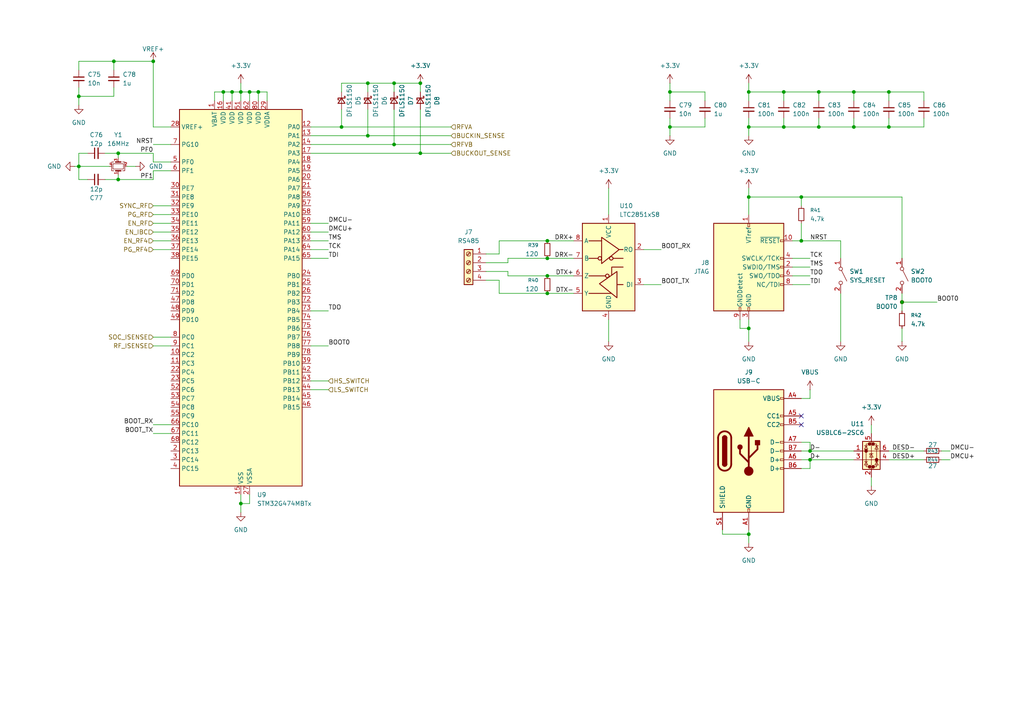
<source format=kicad_sch>
(kicad_sch (version 20250114) (generator "eeschema") (generator_version "9.0")
  (paper "A4")
  (lib_symbols
    (symbol "Connector:Conn_ARM_JTAG_SWD_10" (pin_names (offset 1.016))
      (property "Reference" "J" (at -2.54 16.51 0))
      (property "Value" "Conn_ARM_JTAG_SWD_10" (at -2.54 13.97 0))
      (symbol "Conn_ARM_JTAG_SWD_10_0_1"
        (rectangle (start -10.16 12.7) (end 10.16 -12.7) (stroke (width 0.254)) (fill (type background)))
        (rectangle (start -2.794 -12.7) (end -2.286 -11.684))
        (rectangle (start -0.254 12.7) (end 0.254 11.684))
        (rectangle (start -0.254 -12.7) (end 0.254 -11.684))
        (rectangle (start 9.144 2.286) (end 10.16 2.794))
        (rectangle (start 10.16 7.874) (end 9.144 7.366))
        (rectangle (start 10.16 -0.254) (end 9.144 0.254))
        (rectangle (start 10.16 -2.794) (end 9.144 -2.286))
      )
      (symbol "Conn_ARM_JTAG_SWD_10_1_1"
        (rectangle (start 9.144 -5.334) (end 10.16 -4.826))
        (pin no_connect line (at -10.16 0 0) (length 2.54) (hide yes) (name "KEY") (number "7"))
        (pin passive line (at -2.54 -15.24 90) (length 2.54) (name "GNDDetect") (number "9"))
        (pin power_in line (at 0 15.24 270) (length 2.54) (name "VTref") (number "1"))
        (pin power_in line (at 0 -15.24 90) (length 2.54) (name "GND") (number "3"))
        (pin passive line (at 0 -15.24 90) (length 2.54) (hide yes) (name "GND") (number "5"))
        (pin open_collector line (at 12.7 7.62 180) (length 2.54) (name "~{RESET}") (number "10"))
        (pin output line (at 12.7 2.54 180) (length 2.54) (name "SWCLK/TCK") (number "4"))
        (pin bidirectional line (at 12.7 0 180) (length 2.54) (name "SWDIO/TMS") (number "2"))
        (pin input line (at 12.7 -2.54 180) (length 2.54) (name "SWO/TDO") (number "6"))
        (pin output line (at 12.7 -5.08 180) (length 2.54) (name "NC/TDI") (number "8"))
      )
    )
    (symbol "Connector:Screw_Terminal_01x04" (pin_names (offset 1.016) (hide yes))
      (property "Reference" "J" (at 0 5.08 0))
      (property "Value" "Screw_Terminal_01x04" (at 0 -7.62 0))
      (symbol "Screw_Terminal_01x04_1_1"
        (rectangle (start -1.27 3.81) (end 1.27 -6.35) (stroke (width 0.254)) (fill (type background)))
        (polyline (pts (xy -0.5334 2.8702) (xy 0.3302 2.032)) (stroke (width 0.1524)))
        (polyline (pts (xy -0.5334 0.3302) (xy 0.3302 -0.508)) (stroke (width 0.1524)))
        (polyline (pts (xy -0.5334 -2.2098) (xy 0.3302 -3.048)) (stroke (width 0.1524)))
        (polyline (pts (xy -0.5334 -4.7498) (xy 0.3302 -5.588)) (stroke (width 0.1524)))
        (polyline (pts (xy -0.3556 3.048) (xy 0.508 2.2098)) (stroke (width 0.1524)))
        (polyline (pts (xy -0.3556 0.508) (xy 0.508 -0.3302)) (stroke (width 0.1524)))
        (polyline (pts (xy -0.3556 -2.032) (xy 0.508 -2.8702)) (stroke (width 0.1524)))
        (polyline (pts (xy -0.3556 -4.572) (xy 0.508 -5.4102)) (stroke (width 0.1524)))
        (circle (center 0 2.54) (radius 0.635) (stroke (width 0.1524)))
        (circle (center 0 0) (radius 0.635) (stroke (width 0.1524)))
        (circle (center 0 -2.54) (radius 0.635) (stroke (width 0.1524)))
        (circle (center 0 -5.08) (radius 0.635) (stroke (width 0.1524)))
        (pin passive line (at -5.08 2.54 0) (length 3.81) (name "Pin_1") (number "1"))
        (pin passive line (at -5.08 0 0) (length 3.81) (name "Pin_2") (number "2"))
        (pin passive line (at -5.08 -2.54 0) (length 3.81) (name "Pin_3") (number "3"))
        (pin passive line (at -5.08 -5.08 0) (length 3.81) (name "Pin_4") (number "4"))
      )
    )
    (symbol "Connector:TestPoint_Small" (pin_numbers (hide yes)) (pin_names (offset 0.762) (hide yes))
      (property "Reference" "TP" (at 0 3.81 0))
      (property "Value" "TestPoint_Small" (at 0 2.032 0))
      (symbol "TestPoint_Small_0_1"
        (circle (center 0 0) (radius 0.508))
      )
      (symbol "TestPoint_Small_1_1"
        (pin passive line (at 0 0 90) (length 0) (name "1") (number "1"))
      )
    )
    (symbol "Connector:USB_C_Receptacle_USB2.0_14P" (pin_names (offset 1.016))
      (property "Reference" "J" (at 0 22.225 0))
      (property "Value" "USB_C_Receptacle_USB2.0_14P" (at 0 19.685 0))
      (symbol "USB_C_Receptacle_USB2.0_14P_0_0"
        (rectangle (start -0.254 -17.78) (end 0.254 -16.764))
        (rectangle (start 10.16 15.494) (end 9.144 14.986))
        (rectangle (start 10.16 10.414) (end 9.144 9.906))
        (rectangle (start 10.16 7.874) (end 9.144 7.366))
        (rectangle (start 10.16 2.794) (end 9.144 2.286))
        (rectangle (start 10.16 0.254) (end 9.144 -0.254))
        (rectangle (start 10.16 -2.286) (end 9.144 -2.794))
        (rectangle (start 10.16 -4.826) (end 9.144 -5.334))
      )
      (symbol "USB_C_Receptacle_USB2.0_14P_0_1"
        (rectangle (start -10.16 17.78) (end 10.16 -17.78) (stroke (width 0.254)) (fill (type background)))
        (polyline (pts (xy -8.89 -3.81) (xy -8.89 3.81)) (stroke (width 0.508)))
        (rectangle (start -7.62 -3.81) (end -6.35 3.81) (stroke (width 0.254)) (fill (type outline)))
        (arc (start -7.62 3.81) (mid -6.985 4.4423) (end -6.35 3.81) (stroke (width 0.254)))
        (arc (start -7.62 3.81) (mid -6.985 4.4423) (end -6.35 3.81) (stroke (width 0.254)) (fill (type outline)))
        (arc (start -8.89 3.81) (mid -6.985 5.7067) (end -5.08 3.81) (stroke (width 0.508)))
        (arc (start -5.08 -3.81) (mid -6.985 -5.7067) (end -8.89 -3.81) (stroke (width 0.508)))
        (arc (start -6.35 -3.81) (mid -6.985 -4.4423) (end -7.62 -3.81) (stroke (width 0.254)))
        (arc (start -6.35 -3.81) (mid -6.985 -4.4423) (end -7.62 -3.81) (stroke (width 0.254)) (fill (type outline)))
        (polyline (pts (xy -5.08 3.81) (xy -5.08 -3.81)) (stroke (width 0.508)))
        (circle (center -2.54 1.143) (radius 0.635) (stroke (width 0.254)) (fill (type outline)))
        (polyline (pts (xy -1.27 4.318) (xy 0 6.858) (xy 1.27 4.318) (xy -1.27 4.318)) (stroke (width 0.254)) (fill (type outline)))
        (polyline (pts (xy 0 -2.032) (xy 2.54 0.508) (xy 2.54 1.778)) (stroke (width 0.508)))
        (polyline (pts (xy 0 -3.302) (xy -2.54 -0.762) (xy -2.54 0.508)) (stroke (width 0.508)))
        (polyline (pts (xy 0 -5.842) (xy 0 4.318)) (stroke (width 0.508)))
        (circle (center 0 -5.842) (radius 1.27) (fill (type outline)))
        (rectangle (start 1.905 1.778) (end 3.175 3.048) (stroke (width 0.254)) (fill (type outline)))
      )
      (symbol "USB_C_Receptacle_USB2.0_14P_1_1"
        (pin passive line (at -7.62 -22.86 90) (length 5.08) (name "SHIELD") (number "S1"))
        (pin passive line (at 0 -22.86 90) (length 5.08) (name "GND") (number "A1"))
        (pin passive line (at 0 -22.86 90) (length 5.08) (hide yes) (name "GND") (number "A12"))
        (pin passive line (at 0 -22.86 90) (length 5.08) (hide yes) (name "GND") (number "B1"))
        (pin passive line (at 0 -22.86 90) (length 5.08) (hide yes) (name "GND") (number "B12"))
        (pin passive line (at 15.24 15.24 180) (length 5.08) (name "VBUS") (number "A4"))
        (pin passive line (at 15.24 15.24 180) (length 5.08) (hide yes) (name "VBUS") (number "A9"))
        (pin passive line (at 15.24 15.24 180) (length 5.08) (hide yes) (name "VBUS") (number "B4"))
        (pin passive line (at 15.24 15.24 180) (length 5.08) (hide yes) (name "VBUS") (number "B9"))
        (pin bidirectional line (at 15.24 10.16 180) (length 5.08) (name "CC1") (number "A5"))
        (pin bidirectional line (at 15.24 7.62 180) (length 5.08) (name "CC2") (number "B5"))
        (pin bidirectional line (at 15.24 2.54 180) (length 5.08) (name "D-") (number "A7"))
        (pin bidirectional line (at 15.24 0 180) (length 5.08) (name "D-") (number "B7"))
        (pin bidirectional line (at 15.24 -2.54 180) (length 5.08) (name "D+") (number "A6"))
        (pin bidirectional line (at 15.24 -5.08 180) (length 5.08) (name "D+") (number "B6"))
      )
    )
    (symbol "Device:C_Small" (pin_numbers (hide yes)) (pin_names (offset 0.254) (hide yes))
      (property "Reference" "C" (at 0.254 1.778 0))
      (property "Value" "C_Small" (at 0.254 -2.032 0))
      (symbol "C_Small_0_1"
        (polyline (pts (xy -1.524 0.508) (xy 1.524 0.508)) (stroke (width 0.3048)))
        (polyline (pts (xy -1.524 -0.508) (xy 1.524 -0.508)) (stroke (width 0.3302)))
      )
      (symbol "C_Small_1_1"
        (pin passive line (at 0 2.54 270) (length 2.032) (name "~") (number "1"))
        (pin passive line (at 0 -2.54 90) (length 2.032) (name "~") (number "2"))
      )
    )
    (symbol "Device:Crystal_GND24_Small" (pin_names (offset 1.016) (hide yes))
      (property "Reference" "Y" (at 1.27 4.445 0))
      (property "Value" "Crystal_GND24_Small" (at 1.27 2.54 0))
      (symbol "Crystal_GND24_Small_0_1"
        (polyline (pts (xy -1.27 1.27) (xy -1.27 1.905) (xy 1.27 1.905) (xy 1.27 1.27)))
        (polyline (pts (xy -1.27 -0.762) (xy -1.27 0.762)) (stroke (width 0.381)))
        (polyline (pts (xy -1.27 -1.27) (xy -1.27 -1.905) (xy 1.27 -1.905) (xy 1.27 -1.27)))
        (rectangle (start -0.762 -1.524) (end 0.762 1.524))
        (polyline (pts (xy 1.27 -0.762) (xy 1.27 0.762)) (stroke (width 0.381)))
      )
      (symbol "Crystal_GND24_Small_1_1"
        (pin passive line (at -2.54 0 0) (length 1.27) (name "1") (number "1"))
        (pin passive line (at 0 2.54 270) (length 0.635) (name "4") (number "4"))
        (pin passive line (at 0 -2.54 90) (length 0.635) (name "2") (number "2"))
        (pin passive line (at 2.54 0 180) (length 1.27) (name "3") (number "3"))
      )
    )
    (symbol "Device:D_Schottky_Small" (pin_numbers (hide yes)) (pin_names (offset 0.254) (hide yes))
      (property "Reference" "D" (at -1.27 2.032 0))
      (property "Value" "D_Schottky_Small" (at -7.112 -2.032 0))
      (symbol "D_Schottky_Small_0_1"
        (polyline (pts (xy -1.27 0.762) (xy -1.27 1.016) (xy -0.762 1.016) (xy -0.762 -1.016) (xy -0.254 -1.016) (xy -0.254 -0.762)) (stroke (width 0.254)))
        (polyline (pts (xy -0.762 0) (xy 0.762 0)))
        (polyline (pts (xy 0.762 -1.016) (xy -0.762 0) (xy 0.762 1.016) (xy 0.762 -1.016)) (stroke (width 0.254)))
      )
      (symbol "D_Schottky_Small_1_1"
        (pin passive line (at -2.54 0 0) (length 1.778) (name "K") (number "1"))
        (pin passive line (at 2.54 0 180) (length 1.778) (name "A") (number "2"))
      )
    )
    (symbol "Device:R_Small" (pin_numbers (hide yes)) (pin_names (offset 0.254) (hide yes))
      (property "Reference" "R" (at 0 0 90))
      (property "Value" "R_Small" (at 1.778 0 90))
      (symbol "R_Small_0_1"
        (rectangle (start -0.762 1.778) (end 0.762 -1.778) (stroke (width 0.2032)))
      )
      (symbol "R_Small_1_1"
        (pin passive line (at 0 2.54 270) (length 0.762) (name "~") (number "1"))
        (pin passive line (at 0 -2.54 90) (length 0.762) (name "~") (number "2"))
      )
    )
    (symbol "Interface_UART:LTC2851xS8"
      (property "Reference" "U" (at -6.985 13.97 0))
      (property "Value" "LTC2851xS8" (at 6.985 13.97 0))
      (symbol "LTC2851xS8_0_1"
        (rectangle (start -7.62 12.7) (end 7.62 -12.7) (stroke (width 0.254)) (fill (type background)))
      )
      (symbol "LTC2851xS8_1_1"
        (polyline (pts (xy -4.191 2.54) (xy -1.27 2.54)) (stroke (width 0.254)))
        (polyline (pts (xy -4.191 0) (xy -0.889 0) (xy -0.889 -2.286)) (stroke (width 0.254)))
        (polyline (pts (xy -3.175 5.08) (xy -4.191 5.08) (xy -4.064 5.08)) (stroke (width 0.254)))
        (polyline (pts (xy -2.54 -5.08) (xy -4.191 -5.08)) (stroke (width 0.254)))
        (polyline (pts (xy -2.413 -5.08) (xy -2.413 -1.27) (xy 2.667 -4.826) (xy -2.413 -8.89) (xy -2.413 -5.08)) (stroke (width 0.254)))
        (circle (center -0.762 2.54) (radius 0.508) (stroke (width 0.254)))
        (polyline (pts (xy -0.635 -7.62) (xy 5.715 -7.62)) (stroke (width 0.254)))
        (circle (center 0.381 -2.54) (radius 0.508) (stroke (width 0.254)))
        (polyline (pts (xy 0.889 -2.54) (xy 5.715 -2.54)) (stroke (width 0.254)))
        (polyline (pts (xy 2.032 7.62) (xy 5.715 7.62)) (stroke (width 0.254)))
        (polyline (pts (xy 2.032 4.826) (xy 2.032 8.636) (xy -3.048 5.08) (xy 2.032 1.016) (xy 2.032 4.826)) (stroke (width 0.254)))
        (circle (center 2.54 2.54) (radius 0.508) (stroke (width 0.254)))
        (polyline (pts (xy 3.048 2.54) (xy 5.715 2.54)) (stroke (width 0.254)))
        (pin output line (at -10.16 5.08 0) (length 2.54) (name "RO") (number "2"))
        (pin input line (at -10.16 -5.08 0) (length 2.54) (name "DI") (number "3"))
        (pin power_in line (at 0 15.24 270) (length 2.54) (name "VCC") (number "1"))
        (pin power_in line (at 0 -15.24 90) (length 2.54) (name "GND") (number "4"))
        (pin input line (at 10.16 7.62 180) (length 2.54) (name "A") (number "8"))
        (pin input line (at 10.16 2.54 180) (length 2.54) (name "B") (number "7"))
        (pin output line (at 10.16 -2.54 180) (length 2.54) (name "Z") (number "6"))
        (pin output line (at 10.16 -7.62 180) (length 2.54) (name "Y") (number "5"))
      )
    )
    (symbol "MCU_ST_STM32G4:STM32G474MBTx"
      (property "Reference" "U" (at -17.78 57.15 0))
      (property "Value" "STM32G474MBTx" (at 10.16 57.15 0))
      (symbol "STM32G474MBTx_0_1"
        (rectangle (start -17.78 -53.34) (end 17.78 55.88) (stroke (width 0.254)) (fill (type background)))
      )
      (symbol "STM32G474MBTx_1_1"
        (pin input line (at -20.32 50.8 0) (length 2.54) (name "VREF+") (number "28"))
        (pin bidirectional line (at -20.32 45.72 0) (length 2.54) (name "PG10") (number "7"))
        (pin bidirectional line (at -20.32 40.64 0) (length 2.54) (name "PF0") (number "5"))
        (pin bidirectional line (at -20.32 38.1 0) (length 2.54) (name "PF1") (number "6"))
        (pin bidirectional line (at -20.32 33.02 0) (length 2.54) (name "PE7") (number "30"))
        (pin bidirectional line (at -20.32 30.48 0) (length 2.54) (name "PE8") (number "31"))
        (pin bidirectional line (at -20.32 27.94 0) (length 2.54) (name "PE9") (number "32"))
        (pin bidirectional line (at -20.32 25.4 0) (length 2.54) (name "PE10") (number "33"))
        (pin bidirectional line (at -20.32 22.86 0) (length 2.54) (name "PE11") (number "34"))
        (pin bidirectional line (at -20.32 20.32 0) (length 2.54) (name "PE12") (number "35"))
        (pin bidirectional line (at -20.32 17.78 0) (length 2.54) (name "PE13") (number "36"))
        (pin bidirectional line (at -20.32 15.24 0) (length 2.54) (name "PE14") (number "37"))
        (pin bidirectional line (at -20.32 12.7 0) (length 2.54) (name "PE15") (number "38"))
        (pin bidirectional line (at -20.32 7.62 0) (length 2.54) (name "PD0") (number "69"))
        (pin bidirectional line (at -20.32 5.08 0) (length 2.54) (name "PD1") (number "70"))
        (pin bidirectional line (at -20.32 2.54 0) (length 2.54) (name "PD2") (number "71"))
        (pin bidirectional line (at -20.32 0 0) (length 2.54) (name "PD8") (number "47"))
        (pin bidirectional line (at -20.32 -2.54 0) (length 2.54) (name "PD9") (number "48"))
        (pin bidirectional line (at -20.32 -5.08 0) (length 2.54) (name "PD10") (number "49"))
        (pin bidirectional line (at -20.32 -10.16 0) (length 2.54) (name "PC0") (number "8"))
        (pin bidirectional line (at -20.32 -12.7 0) (length 2.54) (name "PC1") (number "9"))
        (pin bidirectional line (at -20.32 -15.24 0) (length 2.54) (name "PC2") (number "10"))
        (pin bidirectional line (at -20.32 -17.78 0) (length 2.54) (name "PC3") (number "11"))
        (pin bidirectional line (at -20.32 -20.32 0) (length 2.54) (name "PC4") (number "22"))
        (pin bidirectional line (at -20.32 -22.86 0) (length 2.54) (name "PC5") (number "23"))
        (pin bidirectional line (at -20.32 -25.4 0) (length 2.54) (name "PC6") (number "52"))
        (pin bidirectional line (at -20.32 -27.94 0) (length 2.54) (name "PC7") (number "53"))
        (pin bidirectional line (at -20.32 -30.48 0) (length 2.54) (name "PC8") (number "54"))
        (pin bidirectional line (at -20.32 -33.02 0) (length 2.54) (name "PC9") (number "55"))
        (pin bidirectional line (at -20.32 -35.56 0) (length 2.54) (name "PC10") (number "66"))
        (pin bidirectional line (at -20.32 -38.1 0) (length 2.54) (name "PC11") (number "67"))
        (pin bidirectional line (at -20.32 -40.64 0) (length 2.54) (name "PC12") (number "68"))
        (pin bidirectional line (at -20.32 -43.18 0) (length 2.54) (name "PC13") (number "2"))
        (pin bidirectional line (at -20.32 -45.72 0) (length 2.54) (name "PC14") (number "3"))
        (pin bidirectional line (at -20.32 -48.26 0) (length 2.54) (name "PC15") (number "4"))
        (pin power_in line (at -7.62 58.42 270) (length 2.54) (name "VBAT") (number "1"))
        (pin power_in line (at -5.08 58.42 270) (length 2.54) (name "VDD") (number "16"))
        (pin power_in line (at -2.54 58.42 270) (length 2.54) (name "VDD") (number "41"))
        (pin power_in line (at 0 58.42 270) (length 2.54) (name "VDD") (number "51"))
        (pin power_in line (at 0 -55.88 90) (length 2.54) (name "VSS") (number "15"))
        (pin passive line (at 0 -55.88 90) (length 2.54) (hide yes) (name "VSS") (number "40"))
        (pin passive line (at 0 -55.88 90) (length 2.54) (hide yes) (name "VSS") (number "50"))
        (pin passive line (at 0 -55.88 90) (length 2.54) (hide yes) (name "VSS") (number "61"))
        (pin passive line (at 0 -55.88 90) (length 2.54) (hide yes) (name "VSS") (number "79"))
        (pin power_in line (at 2.54 58.42 270) (length 2.54) (name "VDD") (number "62"))
        (pin power_in line (at 2.54 -55.88 90) (length 2.54) (name "VSSA") (number "27"))
        (pin power_in line (at 5.08 58.42 270) (length 2.54) (name "VDD") (number "80"))
        (pin power_in line (at 7.62 58.42 270) (length 2.54) (name "VDDA") (number "29"))
        (pin bidirectional line (at 20.32 50.8 180) (length 2.54) (name "PA0") (number "12"))
        (pin bidirectional line (at 20.32 48.26 180) (length 2.54) (name "PA1") (number "13"))
        (pin bidirectional line (at 20.32 45.72 180) (length 2.54) (name "PA2") (number "14"))
        (pin bidirectional line (at 20.32 43.18 180) (length 2.54) (name "PA3") (number "17"))
        (pin bidirectional line (at 20.32 40.64 180) (length 2.54) (name "PA4") (number "18"))
        (pin bidirectional line (at 20.32 38.1 180) (length 2.54) (name "PA5") (number "19"))
        (pin bidirectional line (at 20.32 35.56 180) (length 2.54) (name "PA6") (number "20"))
        (pin bidirectional line (at 20.32 33.02 180) (length 2.54) (name "PA7") (number "21"))
        (pin bidirectional line (at 20.32 30.48 180) (length 2.54) (name "PA8") (number "56"))
        (pin bidirectional line (at 20.32 27.94 180) (length 2.54) (name "PA9") (number "57"))
        (pin bidirectional line (at 20.32 25.4 180) (length 2.54) (name "PA10") (number "58"))
        (pin bidirectional line (at 20.32 22.86 180) (length 2.54) (name "PA11") (number "59"))
        (pin bidirectional line (at 20.32 20.32 180) (length 2.54) (name "PA12") (number "60"))
        (pin bidirectional line (at 20.32 17.78 180) (length 2.54) (name "PA13") (number "63"))
        (pin bidirectional line (at 20.32 15.24 180) (length 2.54) (name "PA14") (number "64"))
        (pin bidirectional line (at 20.32 12.7 180) (length 2.54) (name "PA15") (number "65"))
        (pin bidirectional line (at 20.32 7.62 180) (length 2.54) (name "PB0") (number "24"))
        (pin bidirectional line (at 20.32 5.08 180) (length 2.54) (name "PB1") (number "25"))
        (pin bidirectional line (at 20.32 2.54 180) (length 2.54) (name "PB2") (number "26"))
        (pin bidirectional line (at 20.32 0 180) (length 2.54) (name "PB3") (number "72"))
        (pin bidirectional line (at 20.32 -2.54 180) (length 2.54) (name "PB4") (number "73"))
        (pin bidirectional line (at 20.32 -5.08 180) (length 2.54) (name "PB5") (number "74"))
        (pin bidirectional line (at 20.32 -7.62 180) (length 2.54) (name "PB6") (number "75"))
        (pin bidirectional line (at 20.32 -10.16 180) (length 2.54) (name "PB7") (number "76"))
        (pin bidirectional line (at 20.32 -12.7 180) (length 2.54) (name "PB8") (number "77"))
        (pin bidirectional line (at 20.32 -15.24 180) (length 2.54) (name "PB9") (number "78"))
        (pin bidirectional line (at 20.32 -17.78 180) (length 2.54) (name "PB10") (number "39"))
        (pin bidirectional line (at 20.32 -20.32 180) (length 2.54) (name "PB11") (number "42"))
        (pin bidirectional line (at 20.32 -22.86 180) (length 2.54) (name "PB12") (number "43"))
        (pin bidirectional line (at 20.32 -25.4 180) (length 2.54) (name "PB13") (number "44"))
        (pin bidirectional line (at 20.32 -27.94 180) (length 2.54) (name "PB14") (number "45"))
        (pin bidirectional line (at 20.32 -30.48 180) (length 2.54) (name "PB15") (number "46"))
      )
    )
    (symbol "Power_Protection:USBLC6-2SC6" (pin_names (hide yes))
      (property "Reference" "U" (at 0.635 5.715 0))
      (property "Value" "USBLC6-2SC6" (at 0.635 3.81 0))
      (symbol "USBLC6-2SC6_0_0"
        (circle (center -1.524 0) (radius 0.0001) (stroke (width 0.508)))
        (circle (center -0.508 2.032) (radius 0.0001) (stroke (width 0.508)))
        (circle (center -0.508 -4.572) (radius 0.0001) (stroke (width 0.508)))
        (circle (center 0.508 2.032) (radius 0.0001) (stroke (width 0.508)))
        (circle (center 0.508 -4.572) (radius 0.0001) (stroke (width 0.508)))
        (circle (center 1.524 -2.54) (radius 0.0001) (stroke (width 0.508)))
      )
      (symbol "USBLC6-2SC6_0_1"
        (polyline (pts (xy -2.54 0) (xy 2.54 0)))
        (polyline (pts (xy -2.54 -2.54) (xy 2.54 -2.54)))
        (polyline (pts (xy -2.032 0.508) (xy -1.016 0.508) (xy -1.524 1.524) (xy -2.032 0.508)))
        (polyline (pts (xy -2.032 -3.048) (xy -1.016 -3.048)))
        (polyline (pts (xy -1.016 1.524) (xy -2.032 1.524)))
        (polyline (pts (xy -1.016 -4.064) (xy -2.032 -4.064) (xy -1.524 -3.048) (xy -1.016 -4.064)))
        (polyline (pts (xy -0.508 -1.143) (xy -0.508 -0.762) (xy 0.508 -0.762)))
        (polyline (pts (xy 0 2.54) (xy -0.508 2.032) (xy 0.508 2.032) (xy 0 1.524) (xy 0 -4.064) (xy -0.508 -4.572) (xy 0.508 -4.572) (xy 0 -5.08)))
        (polyline (pts (xy 0.508 -1.778) (xy -0.508 -1.778) (xy 0 -0.762) (xy 0.508 -1.778)))
        (polyline (pts (xy 1.016 1.524) (xy 2.032 1.524)))
        (polyline (pts (xy 1.016 -3.048) (xy 2.032 -3.048)))
        (polyline (pts (xy 2.032 0.508) (xy 1.016 0.508) (xy 1.524 1.524) (xy 2.032 0.508)))
        (polyline (pts (xy 2.032 -4.064) (xy 1.016 -4.064) (xy 1.524 -3.048) (xy 2.032 -4.064)))
      )
      (symbol "USBLC6-2SC6_1_1"
        (rectangle (start -2.54 2.794) (end 2.54 -5.334) (stroke (width 0.254)) (fill (type background)))
        (polyline (pts (xy -0.508 2.032) (xy -1.524 2.032) (xy -1.524 -4.572) (xy -0.508 -4.572)))
        (polyline (pts (xy 0.508 -4.572) (xy 1.524 -4.572) (xy 1.524 2.032) (xy 0.508 2.032)))
        (pin passive line (at -5.08 0 0) (length 2.54) (name "I/O1") (number "1"))
        (pin passive line (at -5.08 -2.54 0) (length 2.54) (name "I/O2") (number "3"))
        (pin passive line (at 0 5.08 270) (length 2.54) (name "VBUS") (number "5"))
        (pin passive line (at 0 -7.62 90) (length 2.54) (name "GND") (number "2"))
        (pin passive line (at 5.08 0 180) (length 2.54) (name "I/O1") (number "6"))
        (pin passive line (at 5.08 -2.54 180) (length 2.54) (name "I/O2") (number "4"))
      )
    )
    (symbol "Switch:SW_SPST" (pin_names (offset 0) (hide yes))
      (property "Reference" "SW" (at 0 3.175 0))
      (property "Value" "SW_SPST" (at 0 -2.54 0))
      (symbol "SW_SPST_0_0"
        (circle (center -2.032 0) (radius 0.508))
        (polyline (pts (xy -1.524 0.254) (xy 1.524 1.778)))
        (circle (center 2.032 0) (radius 0.508))
      )
      (symbol "SW_SPST_1_1"
        (pin passive line (at -5.08 0 0) (length 2.54) (name "A") (number "1"))
        (pin passive line (at 5.08 0 180) (length 2.54) (name "B") (number "2"))
      )
    )
    (symbol "power:+3.3V" (power) (pin_numbers (hide yes)) (pin_names (offset 0) (hide yes))
      (property "Value" "+3.3V" (at 0 3.556 0))
      (symbol "+3.3V_0_1"
        (polyline (pts (xy -0.762 1.27) (xy 0 2.54)))
        (polyline (pts (xy 0 2.54) (xy 0.762 1.27)))
        (polyline (pts (xy 0 0) (xy 0 2.54)))
      )
      (symbol "+3.3V_1_1"
        (pin power_in line (at 0 0 90) (length 0) (name "~") (number "1"))
      )
    )
    (symbol "power:GND" (power) (pin_numbers (hide yes)) (pin_names (offset 0) (hide yes))
      (property "Value" "GND" (at 0 -3.81 0))
      (symbol "GND_0_1"
        (polyline (pts (xy 0 0) (xy 0 -1.27) (xy 1.27 -1.27) (xy 0 -2.54) (xy -1.27 -1.27) (xy 0 -1.27)))
      )
      (symbol "GND_1_1"
        (pin power_in line (at 0 0 270) (length 0) (name "~") (number "1"))
      )
    )
    (symbol "power:VBUS" (power) (pin_numbers (hide yes)) (pin_names (offset 0) (hide yes))
      (property "Value" "VBUS" (at 0 3.556 0))
      (symbol "VBUS_0_1"
        (polyline (pts (xy -0.762 1.27) (xy 0 2.54)))
        (polyline (pts (xy 0 2.54) (xy 0.762 1.27)))
        (polyline (pts (xy 0 0) (xy 0 2.54)))
      )
      (symbol "VBUS_1_1"
        (pin power_in line (at 0 0 90) (length 0) (name "~") (number "1"))
      )
    )
  )
  (junction (at 237.49 36.83))
  (junction (at 234.95 133.35))
  (junction (at 232.41 69.85))
  (junction (at 158.75 85.09))
  (junction (at 217.17 26.67))
  (junction (at 158.75 80.01))
  (junction (at 257.81 36.83))
  (junction (at 64.77 26.67))
  (junction (at 217.17 57.15))
  (junction (at 194.31 26.67))
  (junction (at 33.02 17.78))
  (junction (at 22.86 48.26))
  (junction (at 34.29 52.07))
  (junction (at 106.68 39.37))
  (junction (at 217.17 95.25))
  (junction (at 72.39 26.67))
  (junction (at 69.85 146.05))
  (junction (at 261.62 87.63))
  (junction (at 121.92 44.45))
  (junction (at 34.29 44.45))
  (junction (at 121.92 24.13))
  (junction (at 22.86 27.94))
  (junction (at 74.93 26.67))
  (junction (at 114.3 24.13))
  (junction (at 247.65 26.67))
  (junction (at 257.81 26.67))
  (junction (at 67.31 26.67))
  (junction (at 227.33 26.67))
  (junction (at 158.75 69.85))
  (junction (at 247.65 36.83))
  (junction (at 194.31 36.83))
  (junction (at 227.33 36.83))
  (junction (at 217.17 154.94))
  (junction (at 158.75 74.93))
  (junction (at 69.85 26.67))
  (junction (at 237.49 26.67))
  (junction (at 232.41 57.15))
  (junction (at 44.45 17.78))
  (junction (at 114.3 41.91))
  (junction (at 106.68 24.13))
  (junction (at 99.06 36.83))
  (junction (at 217.17 36.83))
  (junction (at 234.95 130.81))
  (no_connect (at 232.41 120.65))
  (no_connect (at 232.41 123.19))
  (wire (pts (xy 90.17 44.45) (xy 121.92 44.45)))
  (wire (pts (xy 72.39 26.67) (xy 72.39 29.21)))
  (wire (pts (xy 232.41 135.89) (xy 234.95 135.89)))
  (wire (pts (xy 62.23 26.67) (xy 64.77 26.67)))
  (wire (pts (xy 247.65 130.81) (xy 234.95 130.81)))
  (wire (pts (xy 237.49 26.67) (xy 227.33 26.67)))
  (wire (pts (xy 227.33 34.29) (xy 227.33 36.83)))
  (wire (pts (xy 106.68 31.75) (xy 106.68 39.37)))
  (wire (pts (xy 267.97 29.21) (xy 267.97 26.67)))
  (wire (pts (xy 33.02 20.32) (xy 33.02 17.78)))
  (wire (pts (xy 273.05 130.81) (xy 275.59 130.81)))
  (wire (pts (xy 234.95 133.35) (xy 234.95 135.89)))
  (wire (pts (xy 176.53 92.71) (xy 176.53 99.06)))
  (wire (pts (xy 69.85 146.05) (xy 72.39 146.05)))
  (wire (pts (xy 217.17 92.71) (xy 217.17 95.25)))
  (wire (pts (xy 243.84 85.09) (xy 243.84 99.06)))
  (wire (pts (xy 22.86 48.26) (xy 22.86 52.07)))
  (wire (pts (xy 147.32 76.2) (xy 147.32 74.93)))
  (wire (pts (xy 44.45 59.69) (xy 49.53 59.69)))
  (wire (pts (xy 229.87 80.01) (xy 234.95 80.01)))
  (wire (pts (xy 227.33 26.67) (xy 227.33 29.21)))
  (wire (pts (xy 186.69 72.39) (xy 191.77 72.39)))
  (wire (pts (xy 158.75 80.01) (xy 166.37 80.01)))
  (wire (pts (xy 95.25 69.85) (xy 90.17 69.85)))
  (wire (pts (xy 22.86 44.45) (xy 25.4 44.45)))
  (wire (pts (xy 234.95 128.27) (xy 234.95 130.81)))
  (wire (pts (xy 257.81 36.83) (xy 247.65 36.83)))
  (wire (pts (xy 257.81 133.35) (xy 267.97 133.35)))
  (wire (pts (xy 204.47 36.83) (xy 204.47 34.29)))
  (wire (pts (xy 44.45 36.83) (xy 44.45 17.78)))
  (wire (pts (xy 194.31 36.83) (xy 194.31 34.29)))
  (wire (pts (xy 217.17 54.61) (xy 217.17 57.15)))
  (wire (pts (xy 22.86 48.26) (xy 22.86 44.45)))
  (wire (pts (xy 158.75 69.85) (xy 166.37 69.85)))
  (wire (pts (xy 114.3 41.91) (xy 130.81 41.91)))
  (wire (pts (xy 34.29 52.07) (xy 44.45 52.07)))
  (wire (pts (xy 252.73 138.43) (xy 252.73 140.97)))
  (wire (pts (xy 186.69 82.55) (xy 191.77 82.55)))
  (wire (pts (xy 257.81 26.67) (xy 267.97 26.67)))
  (wire (pts (xy 217.17 95.25) (xy 217.17 99.06)))
  (wire (pts (xy 237.49 26.67) (xy 237.49 29.21)))
  (wire (pts (xy 227.33 26.67) (xy 217.17 26.67)))
  (wire (pts (xy 232.41 64.77) (xy 232.41 69.85)))
  (wire (pts (xy 77.47 26.67) (xy 77.47 29.21)))
  (wire (pts (xy 44.45 46.99) (xy 44.45 44.45)))
  (wire (pts (xy 44.45 49.53) (xy 49.53 49.53)))
  (wire (pts (xy 62.23 26.67) (xy 62.23 29.21)))
  (wire (pts (xy 44.45 100.33) (xy 49.53 100.33)))
  (wire (pts (xy 44.45 36.83) (xy 49.53 36.83)))
  (wire (pts (xy 74.93 26.67) (xy 74.93 29.21)))
  (wire (pts (xy 217.17 36.83) (xy 217.17 39.37)))
  (wire (pts (xy 114.3 26.67) (xy 114.3 24.13)))
  (wire (pts (xy 147.32 80.01) (xy 158.75 80.01)))
  (wire (pts (xy 261.62 87.63) (xy 261.62 90.17)))
  (wire (pts (xy 273.05 133.35) (xy 275.59 133.35)))
  (wire (pts (xy 147.32 78.74) (xy 147.32 80.01)))
  (wire (pts (xy 44.45 17.78) (xy 33.02 17.78)))
  (wire (pts (xy 106.68 24.13) (xy 114.3 24.13)))
  (wire (pts (xy 257.81 26.67) (xy 257.81 29.21)))
  (wire (pts (xy 90.17 64.77) (xy 95.25 64.77)))
  (wire (pts (xy 140.97 78.74) (xy 147.32 78.74)))
  (wire (pts (xy 194.31 26.67) (xy 194.31 29.21)))
  (wire (pts (xy 247.65 26.67) (xy 237.49 26.67)))
  (wire (pts (xy 229.87 82.55) (xy 234.95 82.55)))
  (wire (pts (xy 30.48 44.45) (xy 34.29 44.45)))
  (wire (pts (xy 90.17 41.91) (xy 114.3 41.91)))
  (wire (pts (xy 217.17 26.67) (xy 217.17 29.21)))
  (wire (pts (xy 247.65 36.83) (xy 237.49 36.83)))
  (wire (pts (xy 229.87 77.47) (xy 234.95 77.47)))
  (wire (pts (xy 90.17 90.17) (xy 95.25 90.17)))
  (wire (pts (xy 69.85 24.13) (xy 69.85 26.67)))
  (wire (pts (xy 34.29 50.8) (xy 34.29 52.07)))
  (wire (pts (xy 217.17 24.13) (xy 217.17 26.67)))
  (wire (pts (xy 33.02 27.94) (xy 33.02 25.4)))
  (wire (pts (xy 95.25 74.93) (xy 90.17 74.93)))
  (wire (pts (xy 106.68 24.13) (xy 106.68 26.67)))
  (wire (pts (xy 21.59 48.26) (xy 22.86 48.26)))
  (wire (pts (xy 261.62 87.63) (xy 271.78 87.63)))
  (wire (pts (xy 257.81 34.29) (xy 257.81 36.83)))
  (wire (pts (xy 144.78 69.85) (xy 158.75 69.85)))
  (wire (pts (xy 44.45 62.23) (xy 49.53 62.23)))
  (wire (pts (xy 217.17 95.25) (xy 214.63 95.25)))
  (wire (pts (xy 22.86 27.94) (xy 22.86 25.4)))
  (wire (pts (xy 194.31 24.13) (xy 194.31 26.67)))
  (wire (pts (xy 261.62 85.09) (xy 261.62 87.63)))
  (wire (pts (xy 257.81 26.67) (xy 247.65 26.67)))
  (wire (pts (xy 232.41 130.81) (xy 234.95 130.81)))
  (wire (pts (xy 147.32 74.93) (xy 158.75 74.93)))
  (wire (pts (xy 90.17 39.37) (xy 106.68 39.37)))
  (wire (pts (xy 69.85 143.51) (xy 69.85 146.05)))
  (wire (pts (xy 267.97 36.83) (xy 257.81 36.83)))
  (wire (pts (xy 22.86 17.78) (xy 33.02 17.78)))
  (wire (pts (xy 217.17 57.15) (xy 232.41 57.15)))
  (wire (pts (xy 237.49 34.29) (xy 237.49 36.83)))
  (wire (pts (xy 44.45 46.99) (xy 49.53 46.99)))
  (wire (pts (xy 44.45 52.07) (xy 44.45 49.53)))
  (wire (pts (xy 44.45 67.31) (xy 49.53 67.31)))
  (wire (pts (xy 252.73 123.19) (xy 252.73 125.73)))
  (wire (pts (xy 158.75 85.09) (xy 166.37 85.09)))
  (wire (pts (xy 217.17 154.94) (xy 209.55 154.94)))
  (wire (pts (xy 229.87 69.85) (xy 232.41 69.85)))
  (wire (pts (xy 121.92 44.45) (xy 130.81 44.45)))
  (wire (pts (xy 114.3 24.13) (xy 121.92 24.13)))
  (wire (pts (xy 64.77 26.67) (xy 64.77 29.21)))
  (wire (pts (xy 69.85 146.05) (xy 69.85 148.59)))
  (wire (pts (xy 90.17 113.03) (xy 95.25 113.03)))
  (wire (pts (xy 99.06 31.75) (xy 99.06 36.83)))
  (wire (pts (xy 247.65 26.67) (xy 247.65 29.21)))
  (wire (pts (xy 44.45 64.77) (xy 49.53 64.77)))
  (wire (pts (xy 22.86 27.94) (xy 22.86 30.48)))
  (wire (pts (xy 140.97 76.2) (xy 147.32 76.2)))
  (wire (pts (xy 237.49 36.83) (xy 227.33 36.83)))
  (wire (pts (xy 44.45 69.85) (xy 49.53 69.85)))
  (wire (pts (xy 44.45 125.73) (xy 49.53 125.73)))
  (wire (pts (xy 247.65 133.35) (xy 234.95 133.35)))
  (wire (pts (xy 158.75 74.93) (xy 166.37 74.93)))
  (wire (pts (xy 34.29 44.45) (xy 34.29 45.72)))
  (wire (pts (xy 209.55 154.94) (xy 209.55 153.67)))
  (wire (pts (xy 232.41 57.15) (xy 232.41 59.69)))
  (wire (pts (xy 69.85 26.67) (xy 69.85 29.21)))
  (wire (pts (xy 229.87 74.93) (xy 234.95 74.93)))
  (wire (pts (xy 72.39 26.67) (xy 74.93 26.67)))
  (wire (pts (xy 261.62 57.15) (xy 232.41 57.15)))
  (wire (pts (xy 90.17 36.83) (xy 99.06 36.83)))
  (wire (pts (xy 99.06 36.83) (xy 130.81 36.83)))
  (wire (pts (xy 194.31 36.83) (xy 194.31 39.37)))
  (wire (pts (xy 144.78 85.09) (xy 158.75 85.09)))
  (wire (pts (xy 34.29 44.45) (xy 44.45 44.45)))
  (wire (pts (xy 227.33 36.83) (xy 217.17 36.83)))
  (wire (pts (xy 217.17 153.67) (xy 217.17 154.94)))
  (wire (pts (xy 44.45 97.79) (xy 49.53 97.79)))
  (wire (pts (xy 232.41 133.35) (xy 234.95 133.35)))
  (wire (pts (xy 99.06 24.13) (xy 106.68 24.13)))
  (wire (pts (xy 121.92 24.13) (xy 121.92 26.67)))
  (wire (pts (xy 90.17 67.31) (xy 95.25 67.31)))
  (wire (pts (xy 67.31 26.67) (xy 67.31 29.21)))
  (wire (pts (xy 99.06 26.67) (xy 99.06 24.13)))
  (wire (pts (xy 194.31 26.67) (xy 204.47 26.67)))
  (wire (pts (xy 95.25 72.39) (xy 90.17 72.39)))
  (wire (pts (xy 217.17 36.83) (xy 217.17 34.29)))
  (wire (pts (xy 114.3 31.75) (xy 114.3 41.91)))
  (wire (pts (xy 144.78 81.28) (xy 140.97 81.28)))
  (wire (pts (xy 217.17 57.15) (xy 217.17 62.23)))
  (wire (pts (xy 176.53 54.61) (xy 176.53 62.23)))
  (wire (pts (xy 44.45 41.91) (xy 49.53 41.91)))
  (wire (pts (xy 204.47 29.21) (xy 204.47 26.67)))
  (wire (pts (xy 90.17 100.33) (xy 95.25 100.33)))
  (wire (pts (xy 144.78 85.09) (xy 144.78 81.28)))
  (wire (pts (xy 22.86 27.94) (xy 33.02 27.94)))
  (wire (pts (xy 232.41 128.27) (xy 234.95 128.27)))
  (wire (pts (xy 194.31 36.83) (xy 204.47 36.83)))
  (wire (pts (xy 232.41 69.85) (xy 243.84 69.85)))
  (wire (pts (xy 234.95 113.03) (xy 234.95 115.57)))
  (wire (pts (xy 44.45 123.19) (xy 49.53 123.19)))
  (wire (pts (xy 217.17 157.48) (xy 217.17 154.94)))
  (wire (pts (xy 67.31 26.67) (xy 69.85 26.67)))
  (wire (pts (xy 64.77 26.67) (xy 67.31 26.67)))
  (wire (pts (xy 247.65 34.29) (xy 247.65 36.83)))
  (wire (pts (xy 144.78 73.66) (xy 144.78 69.85)))
  (wire (pts (xy 234.95 115.57) (xy 232.41 115.57)))
  (wire (pts (xy 243.84 69.85) (xy 243.84 74.93)))
  (wire (pts (xy 90.17 110.49) (xy 95.25 110.49)))
  (wire (pts (xy 121.92 31.75) (xy 121.92 44.45)))
  (wire (pts (xy 214.63 92.71) (xy 214.63 95.25)))
  (wire (pts (xy 44.45 72.39) (xy 49.53 72.39)))
  (wire (pts (xy 22.86 17.78) (xy 22.86 20.32)))
  (wire (pts (xy 36.83 48.26) (xy 39.37 48.26)))
  (wire (pts (xy 25.4 52.07) (xy 22.86 52.07)))
  (wire (pts (xy 74.93 26.67) (xy 77.47 26.67)))
  (wire (pts (xy 257.81 130.81) (xy 267.97 130.81)))
  (wire (pts (xy 140.97 73.66) (xy 144.78 73.66)))
  (wire (pts (xy 267.97 34.29) (xy 267.97 36.83)))
  (wire (pts (xy 69.85 26.67) (xy 72.39 26.67)))
  (wire (pts (xy 261.62 95.25) (xy 261.62 99.06)))
  (wire (pts (xy 22.86 48.26) (xy 31.75 48.26)))
  (wire (pts (xy 261.62 57.15) (xy 261.62 74.93)))
  (wire (pts (xy 106.68 39.37) (xy 130.81 39.37)))
  (wire (pts (xy 30.48 52.07) (xy 34.29 52.07)))
  (wire (pts (xy 72.39 143.51) (xy 72.39 146.05)))
  (label "DMCU+" (at 95.25 67.31 0))
  (label "BOOT_TX" (at 191.77 82.55 0))
  (label "TMS" (at 95.25 69.85 0))
  (label "DRX+" (at 166.37 69.85 180))
  (label "NRST" (at 44.45 41.91 180))
  (label "TDI" (at 95.25 74.93 0))
  (label "NRST" (at 234.95 69.85 0))
  (label "DTX+" (at 166.37 80.01 180))
  (label "BOOT_TX" (at 44.45 125.73 180))
  (label "TDI" (at 234.95 82.55 0))
  (label "BOOT0" (at 95.25 100.33 0))
  (label "D+" (at 234.95 133.35 0))
  (label "BOOT_RX" (at 191.77 72.39 0))
  (label "DESD+" (at 265.43 133.35 180))
  (label "D-" (at 234.95 130.81 0))
  (label "DMCU+" (at 275.59 133.35 0))
  (label "TCK" (at 234.95 74.93 0))
  (label "PF1" (at 44.45 52.07 180))
  (label "TDO" (at 95.25 90.17 0))
  (label "DTX-" (at 166.37 85.09 180))
  (label "DMCU-" (at 275.59 130.81 0))
  (label "BOOT_RX" (at 44.45 123.19 180))
  (label "TCK" (at 95.25 72.39 0))
  (label "DRX-" (at 166.37 74.93 180))
  (label "TDO" (at 234.95 80.01 0))
  (label "PF0" (at 44.45 44.45 180))
  (label "DESD-" (at 265.43 130.81 180))
  (label "DMCU-" (at 95.25 64.77 0))
  (label "TMS" (at 234.95 77.47 0))
  (label "BOOT0" (at 271.78 87.63 0))
  (hierarchical_label "BUCKOUT_SENSE" (shape input) (at 130.81 44.45 0))
  (hierarchical_label "RFVA" (shape input) (at 130.81 36.83 0))
  (hierarchical_label "EN_RF4" (shape input) (at 44.45 69.85 180))
  (hierarchical_label "RF_ISENSE" (shape input) (at 44.45 100.33 180))
  (hierarchical_label "BUCKIN_SENSE" (shape input) (at 130.81 39.37 0))
  (hierarchical_label "PG_RF" (shape input) (at 44.45 62.23 180))
  (hierarchical_label "RFVB" (shape input) (at 130.81 41.91 0))
  (hierarchical_label "EN_IBC" (shape input) (at 44.45 67.31 180))
  (hierarchical_label "EN_RF" (shape input) (at 44.45 64.77 180))
  (hierarchical_label "SYNC_RF" (shape input) (at 44.45 59.69 180))
  (hierarchical_label "LS_SWITCH" (shape input) (at 95.25 113.03 0))
  (hierarchical_label "HS_SWITCH" (shape input) (at 95.25 110.49 0))
  (hierarchical_label "PG_RF4" (shape input) (at 44.45 72.39 180))
  (hierarchical_label "SOC_ISENSE" (shape input) (at 44.45 97.79 180))
  (symbol (lib_id "Device:C_Small") (at 27.94 44.45 90) (unit 1)
    (property "Reference" "C76" (at 27.94 39.116 90))
    (property "Value" "12p" (at 27.94 41.656 90))
    (property "Footprint" "Capacitor_SMD:C_0402_1005Metric" (effects (hide yes)))
    (property "Description" "Unpolarized capacitor, small symbol" (effects (hide yes)))
    (property "DIGIKEY_PN" "490-11190-1-ND" (effects (hide yes)))
  )
  (symbol (lib_id "Device:C_Small") (at 27.94 52.07 90) (mirror x) (unit 1)
    (property "Reference" "C77" (at 27.94 57.404 90))
    (property "Value" "12p" (at 27.94 54.864 90))
    (property "Footprint" "Capacitor_SMD:C_0402_1005Metric" (effects (hide yes)))
    (property "Description" "Unpolarized capacitor, small symbol" (effects (hide yes)))
    (property "DIGIKEY_PN" "490-11190-1-ND" (effects (hide yes)))
  )
  (symbol (lib_id "power:GND") (at 69.85 148.59 0) (unit 1)
    (property "Reference" "#PWR087" (effects (hide yes)))
    (property "Value" "GND" (at 69.85 153.67 0))
    (property "Description" "Power symbol creates a global label with name \"GND\" , ground" (effects (hide yes)))
  )
  (symbol (lib_id "Switch:SW_SPST") (at 243.84 80.01 270) (unit 1)
    (property "Reference" "SW1" (at 246.38 78.7399 90) (effects (justify left)))
    (property "Value" "SYS_RESET" (at 246.38 81.2799 90) (effects (justify left)))
    (property "Footprint" "Button_Switch_SMD:SW_SPST_PTS810" (effects (hide yes)))
    (property "Description" "Single Pole Single Throw (SPST) switch" (effects (hide yes)))
    (property "DIGIKEY_PN" "CKN10502CT-ND" (effects (hide yes)))
  )
  (symbol (lib_id "Power_Protection:USBLC6-2SC6") (at 252.73 130.81 0) (unit 1)
    (property "Reference" "U11" (at 250.698 122.936 0) (effects (justify right)))
    (property "Value" "USBLC6-2SC6" (at 250.698 125.476 0) (effects (justify right)))
    (property "Footprint" "Package_TO_SOT_SMD:SOT-23-6" (effects (hide yes)))
    (property "Datasheet" "https://www.st.com/resource/en/datasheet/usblc6-2.pdf" (effects (hide yes)))
    (property "Description" "Very low capacitance ESD protection diode, 2 data-line, SOT-23-6" (effects (hide yes)))
    (property "DIGIKEY_PN" "4518-USBLC6-2SC6CT-ND" (effects (hide yes)))
  )
  (symbol (lib_id "Connector:Screw_Terminal_01x04") (at 135.89 76.2 0) (mirror y) (unit 1)
    (property "Reference" "J7" (at 135.89 67.31 0))
    (property "Value" "RS485" (at 135.89 69.85 0))
    (property "Footprint" "TerminalBlock_WAGO:TerminalBlock_WAGO_233-504_2x04_P2.54mm" (effects (hide yes)))
    (property "Description" "Generic screw terminal, single row, 01x04, script generated (kicad-library-utils/schlib/autogen/connector/)" (effects (hide yes)))
    (property "DIGIKEY_PN" "2946-233-504-ND" (effects (hide yes)))
  )
  (symbol (lib_id "power:VBUS") (at 234.95 113.03 0) (unit 1)
    (property "Reference" "#PWR072" (effects (hide yes)))
    (property "Value" "VBUS" (at 234.95 107.95 0))
    (property "Description" "Power symbol creates a global label with name \"VBUS\"" (effects (hide yes)))
  )
  (symbol (lib_id "power:GND") (at 22.86 30.48 0) (unit 1)
    (property "Reference" "#PWR083" (effects (hide yes)))
    (property "Value" "GND" (at 22.86 35.56 0))
    (property "Description" "Power symbol creates a global label with name \"GND\" , ground" (effects (hide yes)))
  )
  (symbol (lib_id "power:GND") (at 217.17 99.06 0) (unit 1)
    (property "Reference" "#PWR094" (effects (hide yes)))
    (property "Value" "GND" (at 217.17 104.14 0))
    (property "Description" "Power symbol creates a global label with name \"GND\" , ground" (effects (hide yes)))
  )
  (symbol (lib_id "Device:C_Small") (at 227.33 31.75 0) (unit 1)
    (property "Reference" "C82" (at 229.87 30.4862 0) (effects (justify left)))
    (property "Value" "100n" (at 229.87 33.0262 0) (effects (justify left)))
    (property "Footprint" "Capacitor_SMD:C_0402_1005Metric" (effects (hide yes)))
    (property "Description" "Unpolarized capacitor, small symbol" (effects (hide yes)))
    (property "DIGIKEY_PN" "490-14603-1-ND" (effects (hide yes)))
  )
  (symbol (lib_id "Connector:Conn_ARM_JTAG_SWD_10") (at 217.17 77.47 0) (unit 1)
    (property "Reference" "J8" (at 205.74 76.1999 0) (effects (justify right)))
    (property "Value" "JTAG" (at 205.74 78.7399 0) (effects (justify right)))
    (property "Footprint" "Connector_PinHeader_1.27mm:PinHeader_2x05_P1.27mm_Vertical_SMD" (effects (hide yes)))
    (property "Datasheet" "http://infocenter.arm.com/help/topic/com.arm.doc.ddi0314h/DDI0314H_coresight_components_trm.pdf" (effects (hide yes)))
    (property "Description" "Cortex Debug Connector, standard ARM Cortex-M SWD and JTAG interface" (effects (hide yes)))
    (property "DIGIKEY_PN" "SAM1161-05-ND" (effects (hide yes)))
  )
  (symbol (lib_id "power:GND") (at 39.37 48.26 90) (unit 1)
    (property "Reference" "#PWR084" (effects (hide yes)))
    (property "Value" "GND" (at 43.18 48.2599 90) (effects (justify right)))
    (property "Description" "Power symbol creates a global label with name \"GND\" , ground" (effects (hide yes)))
  )
  (symbol (lib_id "Device:C_Small") (at 247.65 31.75 0) (unit 1)
    (property "Reference" "C84" (at 250.19 30.4862 0) (effects (justify left)))
    (property "Value" "100n" (at 250.19 33.0262 0) (effects (justify left)))
    (property "Footprint" "Capacitor_SMD:C_0402_1005Metric" (effects (hide yes)))
    (property "Description" "Unpolarized capacitor, small symbol" (effects (hide yes)))
    (property "DIGIKEY_PN" "490-14603-1-ND" (effects (hide yes)))
  )
  (symbol (lib_id "power:+3.3V") (at 121.92 24.13 0) (unit 1)
    (property "Reference" "#PWR088" (effects (hide yes)))
    (property "Value" "+3.3V" (at 121.92 19.05 0))
    (property "Description" "Power symbol creates a global label with name \"+3.3V\"" (effects (hide yes)))
  )
  (symbol (lib_id "power:+3.3V") (at 252.73 123.19 0) (mirror y) (unit 1)
    (property "Reference" "#PWR097" (effects (hide yes)))
    (property "Value" "+3.3V" (at 252.73 118.11 0))
    (property "Description" "Power symbol creates a global label with name \"+3.3V\"" (effects (hide yes)))
  )
  (symbol (lib_id "power:GND") (at 194.31 39.37 0) (unit 1)
    (property "Reference" "#PWR090" (effects (hide yes)))
    (property "Value" "GND" (at 194.31 44.45 0))
    (property "Description" "Power symbol creates a global label with name \"GND\" , ground" (effects (hide yes)))
  )
  (symbol (lib_id "power:+3.3V") (at 194.31 24.13 0) (unit 1)
    (property "Reference" "#PWR089" (effects (hide yes)))
    (property "Value" "+3.3V" (at 194.31 19.05 0))
    (property "Description" "Power symbol creates a global label with name \"+3.3V\"" (effects (hide yes)))
  )
  (symbol (lib_id "Device:C_Small") (at 267.97 31.75 0) (unit 1)
    (property "Reference" "C86" (at 270.51 30.4862 0) (effects (justify left)))
    (property "Value" "100n" (at 270.51 33.0262 0) (effects (justify left)))
    (property "Footprint" "Capacitor_SMD:C_0402_1005Metric" (effects (hide yes)))
    (property "Description" "Unpolarized capacitor, small symbol" (effects (hide yes)))
    (property "DIGIKEY_PN" "490-14603-1-ND" (effects (hide yes)))
  )
  (symbol (lib_id "Switch:SW_SPST") (at 261.62 80.01 270) (unit 1)
    (property "Reference" "SW2" (at 264.16 78.7399 90) (effects (justify left)))
    (property "Value" "BOOT0" (at 264.16 81.2799 90) (effects (justify left)))
    (property "Footprint" "Button_Switch_SMD:SW_SPST_PTS810" (effects (hide yes)))
    (property "Description" "Single Pole Single Throw (SPST) switch" (effects (hide yes)))
    (property "DIGIKEY_PN" "CKN10502CT-ND" (effects (hide yes)))
  )
  (symbol (lib_id "Device:D_Schottky_Small") (at 99.06 29.21 270) (unit 1)
    (property "Reference" "D5" (at 103.886 29.21 0))
    (property "Value" "DFLS1150" (at 101.346 29.21 0))
    (property "Footprint" "Diode_SMD:D_PowerDI-123" (effects (hide yes)))
    (property "Description" "Schottky diode, small symbol" (effects (hide yes)))
    (property "DIGIKEY_PN" "DFLS1150DICT-ND" (effects (hide yes)))
  )
  (symbol (lib_id "power:+3.3V") (at 176.53 54.61 0) (unit 1)
    (property "Reference" "#PWR0103" (effects (hide yes)))
    (property "Value" "+3.3V" (at 176.53 49.53 0))
    (property "Description" "Power symbol creates a global label with name \"+3.3V\"" (effects (hide yes)))
  )
  (symbol (lib_id "Device:C_Small") (at 217.17 31.75 0) (unit 1)
    (property "Reference" "C81" (at 219.71 30.4862 0) (effects (justify left)))
    (property "Value" "100n" (at 219.71 33.0262 0) (effects (justify left)))
    (property "Footprint" "Capacitor_SMD:C_0402_1005Metric" (effects (hide yes)))
    (property "Description" "Unpolarized capacitor, small symbol" (effects (hide yes)))
    (property "DIGIKEY_PN" "490-14603-1-ND" (effects (hide yes)))
  )
  (symbol (lib_id "Device:R_Small") (at 158.75 72.39 0) (unit 1)
    (property "Reference" "R39" (at 156.21 71.1199 0) (effects (font (size 1.016 1.016)) (justify right)))
    (property "Value" "120" (at 156.21 73.6599 0) (effects (justify right)))
    (property "Footprint" "Resistor_SMD:R_0402_1005Metric" (effects (hide yes)))
    (property "Description" "Resistor, small symbol" (effects (hide yes)))
    (property "DIGIKEY_PN" "311-120LRCT-ND" (effects (hide yes)))
  )
  (symbol (lib_id "power:GND") (at 261.62 99.06 0) (unit 1)
    (property "Reference" "#PWR099" (effects (hide yes)))
    (property "Value" "GND" (at 261.62 104.14 0))
    (property "Description" "Power symbol creates a global label with name \"GND\" , ground" (effects (hide yes)))
  )
  (symbol (lib_id "Device:R_Small") (at 232.41 62.23 0) (unit 1)
    (property "Reference" "R41" (at 234.95 60.9599 0) (effects (font (size 1.016 1.016)) (justify left)))
    (property "Value" "4.7k" (at 234.95 63.4999 0) (effects (justify left)))
    (property "Footprint" "Resistor_SMD:R_0402_1005Metric" (effects (hide yes)))
    (property "Description" "Resistor, small symbol" (effects (hide yes)))
    (property "DIGIKEY_PN" "311-4.7KJRCT-ND" (effects (hide yes)))
  )
  (symbol (lib_id "Device:C_Small") (at 237.49 31.75 0) (unit 1)
    (property "Reference" "C83" (at 240.03 30.4862 0) (effects (justify left)))
    (property "Value" "100n" (at 240.03 33.0262 0) (effects (justify left)))
    (property "Footprint" "Capacitor_SMD:C_0402_1005Metric" (effects (hide yes)))
    (property "Description" "Unpolarized capacitor, small symbol" (effects (hide yes)))
    (property "DIGIKEY_PN" "490-14603-1-ND" (effects (hide yes)))
  )
  (symbol (lib_id "Device:R_Small") (at 270.51 130.81 90) (unit 1)
    (property "Reference" "R43" (at 270.51 130.81 90) (effects (font (size 1.016 1.016))))
    (property "Value" "27" (at 270.51 129.032 90))
    (property "Footprint" "Resistor_SMD:R_0402_1005Metric" (effects (hide yes)))
    (property "Description" "Resistor, small symbol" (effects (hide yes)))
    (property "DIGIKEY_PN" "P27.0LCT-ND" (effects (hide yes)))
  )
  (symbol (lib_id "power:GND") (at 243.84 99.06 0) (unit 1)
    (property "Reference" "#PWR096" (effects (hide yes)))
    (property "Value" "GND" (at 243.84 104.14 0))
    (property "Description" "Power symbol creates a global label with name \"GND\" , ground" (effects (hide yes)))
  )
  (symbol (lib_id "Device:R_Small") (at 158.75 82.55 0) (unit 1)
    (property "Reference" "R40" (at 156.21 81.2799 0) (effects (font (size 1.016 1.016)) (justify right)))
    (property "Value" "120" (at 156.21 83.8199 0) (effects (justify right)))
    (property "Footprint" "Resistor_SMD:R_0402_1005Metric" (effects (hide yes)))
    (property "Description" "Resistor, small symbol" (effects (hide yes)))
    (property "DIGIKEY_PN" "311-120LRCT-ND" (effects (hide yes)))
  )
  (symbol (lib_id "power:GND") (at 21.59 48.26 270) (unit 1)
    (property "Reference" "#PWR082" (effects (hide yes)))
    (property "Value" "GND" (at 17.78 48.2599 90) (effects (justify right)))
    (property "Description" "Power symbol creates a global label with name \"GND\" , ground" (effects (hide yes)))
  )
  (symbol (lib_id "Device:R_Small") (at 270.51 133.35 270) (unit 1)
    (property "Reference" "R44" (at 270.51 133.35 90) (effects (font (size 1.016 1.016))))
    (property "Value" "27" (at 270.51 135.128 90))
    (property "Footprint" "Resistor_SMD:R_0402_1005Metric" (effects (hide yes)))
    (property "Description" "Resistor, small symbol" (effects (hide yes)))
    (property "DIGIKEY_PN" "P27.0LCT-ND" (effects (hide yes)))
  )
  (symbol (lib_id "Device:C_Small") (at 22.86 22.86 0) (unit 1)
    (property "Reference" "C75" (at 25.4 21.5962 0) (effects (justify left)))
    (property "Value" "10n" (at 25.4 24.1362 0) (effects (justify left)))
    (property "Footprint" "Capacitor_SMD:C_0402_1005Metric" (effects (hide yes)))
    (property "Description" "Unpolarized capacitor, small symbol" (effects (hide yes)))
    (property "DIGIKEY_PN" "490-6351-1-ND" (effects (hide yes)))
  )
  (symbol (lib_id "power:+3.3V") (at 44.45 17.78 0) (unit 1)
    (property "Reference" "#PWR085" (effects (hide yes)))
    (property "Value" "VREF+" (at 44.45 14.224 0))
    (property "Description" "Power symbol creates a global label with name \"+3.3V\"" (effects (hide yes)))
  )
  (symbol (lib_id "Device:C_Small") (at 257.81 31.75 0) (unit 1)
    (property "Reference" "C85" (at 260.35 30.4862 0) (effects (justify left)))
    (property "Value" "100n" (at 260.35 33.0262 0) (effects (justify left)))
    (property "Footprint" "Capacitor_SMD:C_0402_1005Metric" (effects (hide yes)))
    (property "Description" "Unpolarized capacitor, small symbol" (effects (hide yes)))
    (property "DIGIKEY_PN" "490-14603-1-ND" (effects (hide yes)))
  )
  (symbol (lib_id "Interface_UART:LTC2851xS8") (at 176.53 77.47 0) (mirror y) (unit 1)
    (property "Reference" "U10" (at 179.6481 59.69 0) (effects (justify right)))
    (property "Value" "LTC2851xS8" (at 179.6481 62.23 0) (effects (justify right)))
    (property "Footprint" "Package_SO:SOIC-8_3.9x4.9mm_P1.27mm" (effects (hide yes)))
    (property "Datasheet" "https://www.analog.com/media/en/technical-documentation/data-sheets/285012fe.pdf" (effects (hide yes)))
    (property "Description" "RS-485, RS-422 Full duplex 20Mbps transceiver, SOIC-8" (effects (hide yes)))
    (property "DIGIKEY_PN" "LTC2851IMS8#TRPBFCT-ND" (effects (hide yes)))
  )
  (symbol (lib_id "MCU_ST_STM32G4:STM32G474MBTx") (at 69.85 87.63 0) (unit 1)
    (property "Reference" "U9" (at 74.5333 143.51 0) (effects (justify left)))
    (property "Value" "STM32G474MBTx" (at 74.5333 146.05 0) (effects (justify left)))
    (property "Footprint" "Package_QFP:LQFP-80_12x12mm_P0.5mm" (effects (hide yes)))
    (property "Datasheet" "https://www.st.com/resource/en/datasheet/stm32g474mb.pdf" (effects (hide yes)))
    (property "Description" "STMicroelectronics Arm Cortex-M4 MCU, 128KB flash, 128KB RAM, 170 MHz, 1.71-3.6V, 66 GPIO, LQFP80" (effects (hide yes)))
    (property "DIGIKEY_PN" "497-STM32G474MBT6-ND" (effects (hide yes)))
  )
  (symbol (lib_id "Device:D_Schottky_Small") (at 121.92 29.21 270) (unit 1)
    (property "Reference" "D8" (at 126.746 29.21 0))
    (property "Value" "DFLS1150" (at 124.206 29.21 0))
    (property "Footprint" "Diode_SMD:D_PowerDI-123" (effects (hide yes)))
    (property "Description" "Schottky diode, small symbol" (effects (hide yes)))
    (property "DIGIKEY_PN" "DFLS1150DICT-ND" (effects (hide yes)))
  )
  (symbol (lib_id "power:GND") (at 252.73 140.97 0) (unit 1)
    (property "Reference" "#PWR098" (effects (hide yes)))
    (property "Value" "GND" (at 252.73 146.05 0))
    (property "Description" "Power symbol creates a global label with name \"GND\" , ground" (effects (hide yes)))
  )
  (symbol (lib_id "power:+3.3V") (at 217.17 24.13 0) (unit 1)
    (property "Reference" "#PWR091" (effects (hide yes)))
    (property "Value" "+3.3V" (at 217.17 19.05 0))
    (property "Description" "Power symbol creates a global label with name \"+3.3V\"" (effects (hide yes)))
  )
  (symbol (lib_id "Device:D_Schottky_Small") (at 114.3 29.21 270) (unit 1)
    (property "Reference" "D7" (at 119.126 29.21 0))
    (property "Value" "DFLS1150" (at 116.586 29.21 0))
    (property "Footprint" "Diode_SMD:D_PowerDI-123" (effects (hide yes)))
    (property "Description" "Schottky diode, small symbol" (effects (hide yes)))
    (property "DIGIKEY_PN" "DFLS1150DICT-ND" (effects (hide yes)))
  )
  (symbol (lib_id "Device:C_Small") (at 33.02 22.86 0) (unit 1)
    (property "Reference" "C78" (at 35.56 21.5962 0) (effects (justify left)))
    (property "Value" "1u" (at 35.56 24.1362 0) (effects (justify left)))
    (property "Footprint" "Capacitor_SMD:C_0402_1005Metric" (effects (hide yes)))
    (property "Description" "Unpolarized capacitor, small symbol" (effects (hide yes)))
    (property "DIGIKEY_PN" "490-13339-1-ND" (effects (hide yes)))
  )
  (symbol (lib_id "Device:R_Small") (at 261.62 92.71 0) (unit 1)
    (property "Reference" "R42" (at 264.16 91.4399 0) (effects (font (size 1.016 1.016)) (justify left)))
    (property "Value" "4.7k" (at 264.16 93.9799 0) (effects (justify left)))
    (property "Footprint" "Resistor_SMD:R_0402_1005Metric" (effects (hide yes)))
    (property "Description" "Resistor, small symbol" (effects (hide yes)))
    (property "DIGIKEY_PN" "311-4.7KJRCT-ND" (effects (hide yes)))
  )
  (symbol (lib_id "Device:C_Small") (at 204.47 31.75 0) (unit 1)
    (property "Reference" "C80" (at 207.01 30.4862 0) (effects (justify left)))
    (property "Value" "1u" (at 207.01 33.0262 0) (effects (justify left)))
    (property "Footprint" "Capacitor_SMD:C_0402_1005Metric" (effects (hide yes)))
    (property "Description" "Unpolarized capacitor, small symbol" (effects (hide yes)))
    (property "DIGIKEY_PN" "490-13339-1-ND" (effects (hide yes)))
  )
  (symbol (lib_id "power:GND") (at 176.53 99.06 0) (unit 1)
    (property "Reference" "#PWR0100" (effects (hide yes)))
    (property "Value" "GND" (at 176.53 104.14 0))
    (property "Description" "Power symbol creates a global label with name \"GND\" , ground" (effects (hide yes)))
  )
  (symbol (lib_id "power:GND") (at 217.17 39.37 0) (unit 1)
    (property "Reference" "#PWR092" (effects (hide yes)))
    (property "Value" "GND" (at 217.17 44.45 0))
    (property "Description" "Power symbol creates a global label with name \"GND\" , ground" (effects (hide yes)))
  )
  (symbol (lib_id "Device:Crystal_GND24_Small") (at 34.29 48.26 90) (unit 1)
    (property "Reference" "Y1" (at 34.29 39.116 90))
    (property "Value" "16MHz" (at 34.29 41.656 90))
    (property "Footprint" "Crystal:Crystal_SMD_3225-4Pin_3.2x2.5mm_HandSoldering" (effects (hide yes)))
    (property "Description" "Four pin crystal, GND on pins 2 and 4, small symbol" (effects (hide yes)))
    (property "DIGIKEY_PN" "2151-RH100-16.000-8-2020-TRCT-ND" (effects (hide yes)))
  )
  (symbol (lib_id "Connector:TestPoint_Small") (at 261.62 87.63 0) (unit 1)
    (property "Reference" "TP8" (at 260.35 86.3599 0) (effects (justify right)))
    (property "Value" "BOOT0" (at 260.35 88.8999 0) (effects (justify right)))
    (property "Footprint" "TestPoint:TestPoint_Keystone_5015_Micro_Mini" (effects (hide yes)))
    (property "Description" "test point" (effects (hide yes)))
    (property "DIGIKEY_PN" "36-5015CT-ND" (effects (hide yes)))
  )
  (symbol (lib_id "Device:C_Small") (at 194.31 31.75 0) (unit 1)
    (property "Reference" "C79" (at 196.85 30.4862 0) (effects (justify left)))
    (property "Value" "10n" (at 196.85 33.0262 0) (effects (justify left)))
    (property "Footprint" "Capacitor_SMD:C_0402_1005Metric" (effects (hide yes)))
    (property "Description" "Unpolarized capacitor, small symbol" (effects (hide yes)))
    (property "DIGIKEY_PN" "490-6351-1-ND" (effects (hide yes)))
  )
  (symbol (lib_id "power:+3.3V") (at 69.85 24.13 0) (unit 1)
    (property "Reference" "#PWR086" (effects (hide yes)))
    (property "Value" "+3.3V" (at 69.85 19.05 0))
    (property "Description" "Power symbol creates a global label with name \"+3.3V\"" (effects (hide yes)))
  )
  (symbol (lib_id "Device:D_Schottky_Small") (at 106.68 29.21 270) (unit 1)
    (property "Reference" "D6" (at 111.506 29.21 0))
    (property "Value" "DFLS1150" (at 108.966 29.21 0))
    (property "Footprint" "Diode_SMD:D_PowerDI-123" (effects (hide yes)))
    (property "Description" "Schottky diode, small symbol" (effects (hide yes)))
    (property "DIGIKEY_PN" "DFLS1150DICT-ND" (effects (hide yes)))
  )
  (symbol (lib_id "power:+3.3V") (at 217.17 54.61 0) (unit 1)
    (property "Reference" "#PWR093" (effects (hide yes)))
    (property "Value" "+3.3V" (at 217.17 49.53 0))
    (property "Description" "Power symbol creates a global label with name \"+3.3V\"" (effects (hide yes)))
  )
  (symbol (lib_id "power:GND") (at 217.17 157.48 0) (unit 1)
    (property "Reference" "#PWR095" (effects (hide yes)))
    (property "Value" "GND" (at 217.17 162.56 0))
    (property "Description" "Power symbol creates a global label with name \"GND\" , ground" (effects (hide yes)))
  )
  (symbol (lib_id "Connector:USB_C_Receptacle_USB2.0_14P") (at 217.17 130.81 0) (unit 1)
    (property "Reference" "J9" (at 217.17 107.95 0))
    (property "Value" "USB-C" (at 217.17 110.49 0))
    (property "Footprint" "Connector_USB:USB_C_Receptacle_JAE_DX07S016JA1R1500" (effects (hide yes)))
    (property "Datasheet" "https://www.usb.org/sites/default/files/documents/usb_type-c.zip" (effects (hide yes)))
    (property "Description" "USB 2.0-only 14P Type-C Receptacle connector" (effects (hide yes)))
    (property "DIGIKEY_PN" "670-DX07S016JA1R1500CT-ND" (effects (hide yes)))
  )
)
</source>
